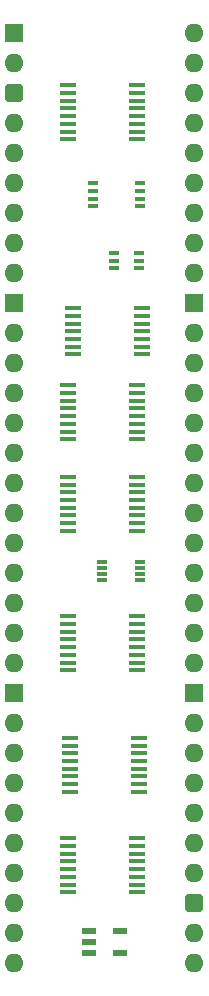
<source format=gbr>
%TF.GenerationSoftware,KiCad,Pcbnew,7.0.5*%
%TF.CreationDate,2023-12-29T16:03:28+02:00*%
%TF.ProjectId,HCP65 MPU Address Decode Wide,48435036-3520-44d5-9055-204164647265,rev?*%
%TF.SameCoordinates,Original*%
%TF.FileFunction,Soldermask,Top*%
%TF.FilePolarity,Negative*%
%FSLAX46Y46*%
G04 Gerber Fmt 4.6, Leading zero omitted, Abs format (unit mm)*
G04 Created by KiCad (PCBNEW 7.0.5) date 2023-12-29 16:03:28*
%MOMM*%
%LPD*%
G01*
G04 APERTURE LIST*
G04 Aperture macros list*
%AMRoundRect*
0 Rectangle with rounded corners*
0 $1 Rounding radius*
0 $2 $3 $4 $5 $6 $7 $8 $9 X,Y pos of 4 corners*
0 Add a 4 corners polygon primitive as box body*
4,1,4,$2,$3,$4,$5,$6,$7,$8,$9,$2,$3,0*
0 Add four circle primitives for the rounded corners*
1,1,$1+$1,$2,$3*
1,1,$1+$1,$4,$5*
1,1,$1+$1,$6,$7*
1,1,$1+$1,$8,$9*
0 Add four rect primitives between the rounded corners*
20,1,$1+$1,$2,$3,$4,$5,0*
20,1,$1+$1,$4,$5,$6,$7,0*
20,1,$1+$1,$6,$7,$8,$9,0*
20,1,$1+$1,$8,$9,$2,$3,0*%
G04 Aperture macros list end*
%ADD10R,1.150000X0.600000*%
%ADD11R,1.475000X0.450000*%
%ADD12R,1.450000X0.450000*%
%ADD13R,0.950000X0.450000*%
%ADD14R,0.875000X0.450000*%
%ADD15R,0.850000X0.300000*%
%ADD16R,1.600000X1.600000*%
%ADD17O,1.600000X1.600000*%
%ADD18RoundRect,0.400000X-0.400000X-0.400000X0.400000X-0.400000X0.400000X0.400000X-0.400000X0.400000X0*%
G04 APERTURE END LIST*
D10*
%TO.C,IC42*%
X92680000Y-147132000D03*
X92680000Y-148082000D03*
X92680000Y-149032000D03*
X95280000Y-149032000D03*
X95280000Y-147132000D03*
%TD*%
D11*
%TO.C,IC40*%
X91296000Y-94443000D03*
X91296000Y-95093000D03*
X91296000Y-95743000D03*
X91296000Y-96393000D03*
X91296000Y-97043000D03*
X91296000Y-97693000D03*
X91296000Y-98343000D03*
X97172000Y-98343000D03*
X97172000Y-97693000D03*
X97172000Y-97043000D03*
X97172000Y-96393000D03*
X97172000Y-95743000D03*
X97172000Y-95093000D03*
X97172000Y-94443000D03*
%TD*%
D12*
%TO.C,IC39*%
X96778000Y-143880000D03*
X96778000Y-143230000D03*
X96778000Y-142580000D03*
X96778000Y-141930000D03*
X96778000Y-141280000D03*
X96778000Y-140630000D03*
X96778000Y-139980000D03*
X96778000Y-139330000D03*
X90928000Y-139330000D03*
X90928000Y-139980000D03*
X90928000Y-140630000D03*
X90928000Y-141280000D03*
X90928000Y-141930000D03*
X90928000Y-142580000D03*
X90928000Y-143230000D03*
X90928000Y-143880000D03*
%TD*%
%TO.C,IC38*%
X91055000Y-130821000D03*
X91055000Y-131471000D03*
X91055000Y-132121000D03*
X91055000Y-132771000D03*
X91055000Y-133421000D03*
X91055000Y-134071000D03*
X91055000Y-134721000D03*
X91055000Y-135371000D03*
X96905000Y-135371000D03*
X96905000Y-134721000D03*
X96905000Y-134071000D03*
X96905000Y-133421000D03*
X96905000Y-132771000D03*
X96905000Y-132121000D03*
X96905000Y-131471000D03*
X96905000Y-130821000D03*
%TD*%
D13*
%TO.C,IC37*%
X93021000Y-83861000D03*
X93021000Y-84511000D03*
X93021000Y-85161000D03*
X93021000Y-85811000D03*
X96971000Y-85811000D03*
X96971000Y-85161000D03*
X96971000Y-84511000D03*
X96971000Y-83861000D03*
%TD*%
D14*
%TO.C,IC34*%
X94823000Y-89774000D03*
X94823000Y-90424000D03*
X94823000Y-91074000D03*
X96947000Y-91074000D03*
X96947000Y-90424000D03*
X96947000Y-89774000D03*
%TD*%
D12*
%TO.C,IC33*%
X90928000Y-120534000D03*
X90928000Y-121184000D03*
X90928000Y-121834000D03*
X90928000Y-122484000D03*
X90928000Y-123134000D03*
X90928000Y-123784000D03*
X90928000Y-124434000D03*
X90928000Y-125084000D03*
X96778000Y-125084000D03*
X96778000Y-124434000D03*
X96778000Y-123784000D03*
X96778000Y-123134000D03*
X96778000Y-122484000D03*
X96778000Y-121834000D03*
X96778000Y-121184000D03*
X96778000Y-120534000D03*
%TD*%
%TO.C,IC32*%
X90928000Y-108723000D03*
X90928000Y-109373000D03*
X90928000Y-110023000D03*
X90928000Y-110673000D03*
X90928000Y-111323000D03*
X90928000Y-111973000D03*
X90928000Y-112623000D03*
X90928000Y-113273000D03*
X96778000Y-113273000D03*
X96778000Y-112623000D03*
X96778000Y-111973000D03*
X96778000Y-111323000D03*
X96778000Y-110673000D03*
X96778000Y-110023000D03*
X96778000Y-109373000D03*
X96778000Y-108723000D03*
%TD*%
%TO.C,IC16*%
X90928000Y-75576000D03*
X90928000Y-76226000D03*
X90928000Y-76876000D03*
X90928000Y-77526000D03*
X90928000Y-78176000D03*
X90928000Y-78826000D03*
X90928000Y-79476000D03*
X90928000Y-80126000D03*
X96778000Y-80126000D03*
X96778000Y-79476000D03*
X96778000Y-78826000D03*
X96778000Y-78176000D03*
X96778000Y-77526000D03*
X96778000Y-76876000D03*
X96778000Y-76226000D03*
X96778000Y-75576000D03*
%TD*%
%TO.C,IC11*%
X90928000Y-100976000D03*
X90928000Y-101626000D03*
X90928000Y-102276000D03*
X90928000Y-102926000D03*
X90928000Y-103576000D03*
X90928000Y-104226000D03*
X90928000Y-104876000D03*
X90928000Y-105526000D03*
X96778000Y-105526000D03*
X96778000Y-104876000D03*
X96778000Y-104226000D03*
X96778000Y-103576000D03*
X96778000Y-102926000D03*
X96778000Y-102276000D03*
X96778000Y-101626000D03*
X96778000Y-100976000D03*
%TD*%
D15*
%TO.C,IC1*%
X93802000Y-115963000D03*
X93802000Y-116463000D03*
X93802000Y-116963000D03*
X93802000Y-117463000D03*
X96952000Y-117463000D03*
X96952000Y-116963000D03*
X96952000Y-116463000D03*
X96952000Y-115963000D03*
%TD*%
D16*
%TO.C,J2*%
X86360000Y-71120000D03*
D17*
X86360000Y-73660000D03*
D18*
X86360000Y-76200000D03*
D17*
X86360000Y-78740000D03*
X86360000Y-81280000D03*
X86360000Y-83820000D03*
X86360000Y-86360000D03*
X86360000Y-88900000D03*
X86360000Y-91440000D03*
D16*
X86360000Y-93980000D03*
D17*
X86360000Y-96520000D03*
X86360000Y-99060000D03*
X86360000Y-101600000D03*
X86360000Y-104140000D03*
X86360000Y-106680000D03*
X86360000Y-109220000D03*
X86360000Y-111760000D03*
X86360000Y-114300000D03*
X86360000Y-116840000D03*
X86360000Y-119380000D03*
X86360000Y-121920000D03*
X86360000Y-124460000D03*
D16*
X86360000Y-127000000D03*
D17*
X86360000Y-129540000D03*
X86360000Y-132080000D03*
X86360000Y-134620000D03*
X86360000Y-137160000D03*
X86360000Y-139700000D03*
X86360000Y-142240000D03*
X86360000Y-144780000D03*
X86360000Y-147320000D03*
X86360000Y-149860000D03*
X101600000Y-149860000D03*
X101600000Y-147320000D03*
D18*
X101600000Y-144780000D03*
D17*
X101600000Y-142240000D03*
X101600000Y-139700000D03*
X101600000Y-137160000D03*
X101600000Y-134620000D03*
X101600000Y-132080000D03*
X101600000Y-129540000D03*
D16*
X101600000Y-127000000D03*
D17*
X101600000Y-124460000D03*
X101600000Y-121920000D03*
X101600000Y-119380000D03*
X101600000Y-116840000D03*
X101600000Y-114300000D03*
X101600000Y-111760000D03*
X101600000Y-109220000D03*
X101600000Y-106680000D03*
X101600000Y-104140000D03*
X101600000Y-101600000D03*
X101600000Y-99060000D03*
X101600000Y-96520000D03*
D16*
X101600000Y-93980000D03*
D17*
X101600000Y-91440000D03*
X101600000Y-88900000D03*
X101600000Y-86360000D03*
X101600000Y-83820000D03*
X101600000Y-81280000D03*
X101600000Y-78740000D03*
X101600000Y-76200000D03*
X101600000Y-73660000D03*
X101600000Y-71120000D03*
%TD*%
M02*

</source>
